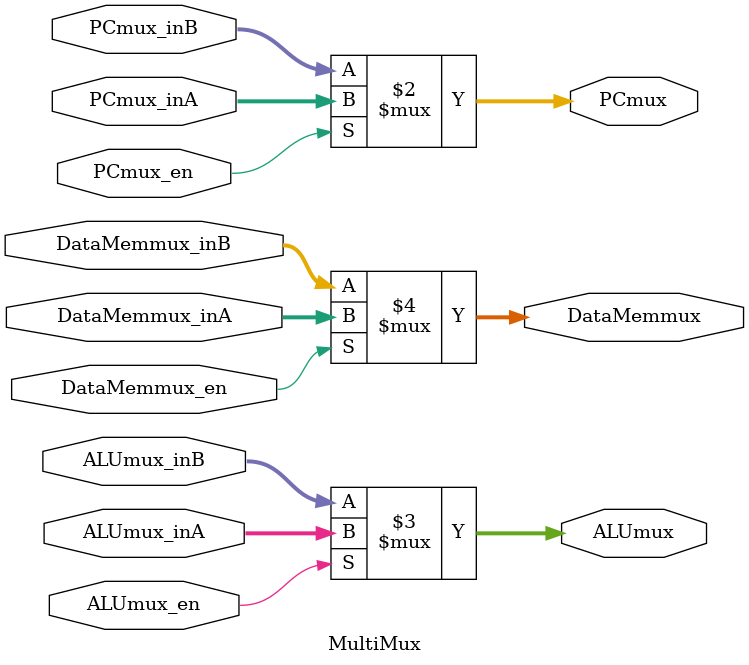
<source format=sv>

module MultiMux(
  input	PCmux_en,			// control by Control
	ALUmux_en,
	DataMemmux_en,
  input [7:0] PCmux_inA,		// mux 1
              ALUmux_inA,
	      DataMemmux_inA,
  input [7:0] PCmux_inB,		// mux 0
              ALUmux_inB,
	      DataMemmux_inB,
  output logic [7:0] PCmux,
  output logic [7:0] ALUmux,
  output logic [7:0] DataMemmux
  );
	 
always_comb begin

	PCmux = (PCmux_en) ? PCmux_inA : PCmux_inB;
	ALUmux = (ALUmux_en) ? ALUmux_inA : ALUmux_inB;
	DataMemmux = (DataMemmux_en) ? DataMemmux_inA : DataMemmux_inB;
end
endmodule
</source>
